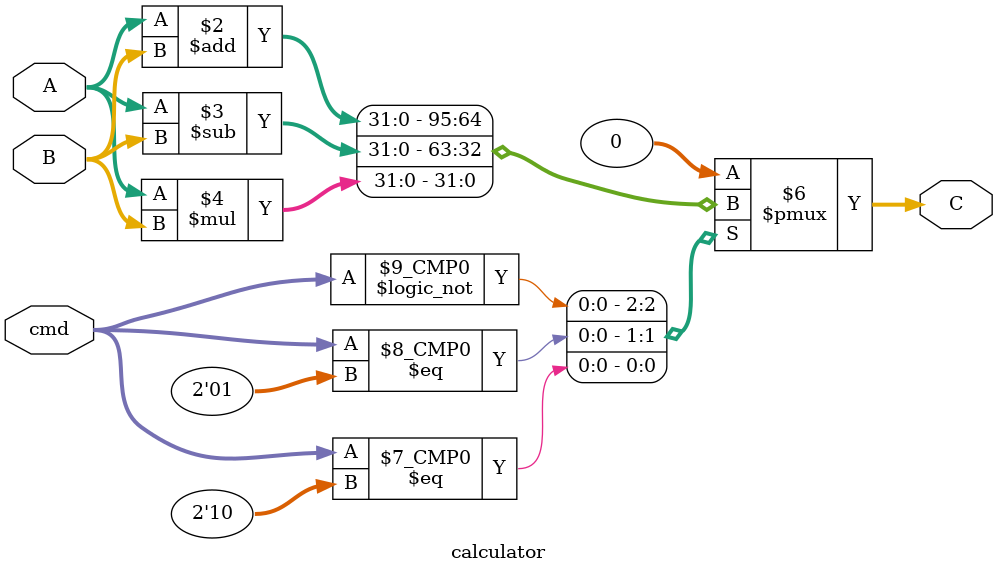
<source format=v>
module calculator(A,B,cmd,C);
	input  [31:0]A,B;
	input  [1:0]cmd;
	output reg [31:0]C;
	
	parameter add = 2'd0;
	parameter sub = 2'd1;
	parameter multiply =2'd2;
	always@(*)begin
	case (cmd)
		add:
			C=A+B;
		
		
		sub:
			C=A-B;
		
		
		multiply:
			C=A*B;
		
		
		default:
		
			C=32'b0;
	
	
	endcase 
	
	end
	





endmodule
</source>
